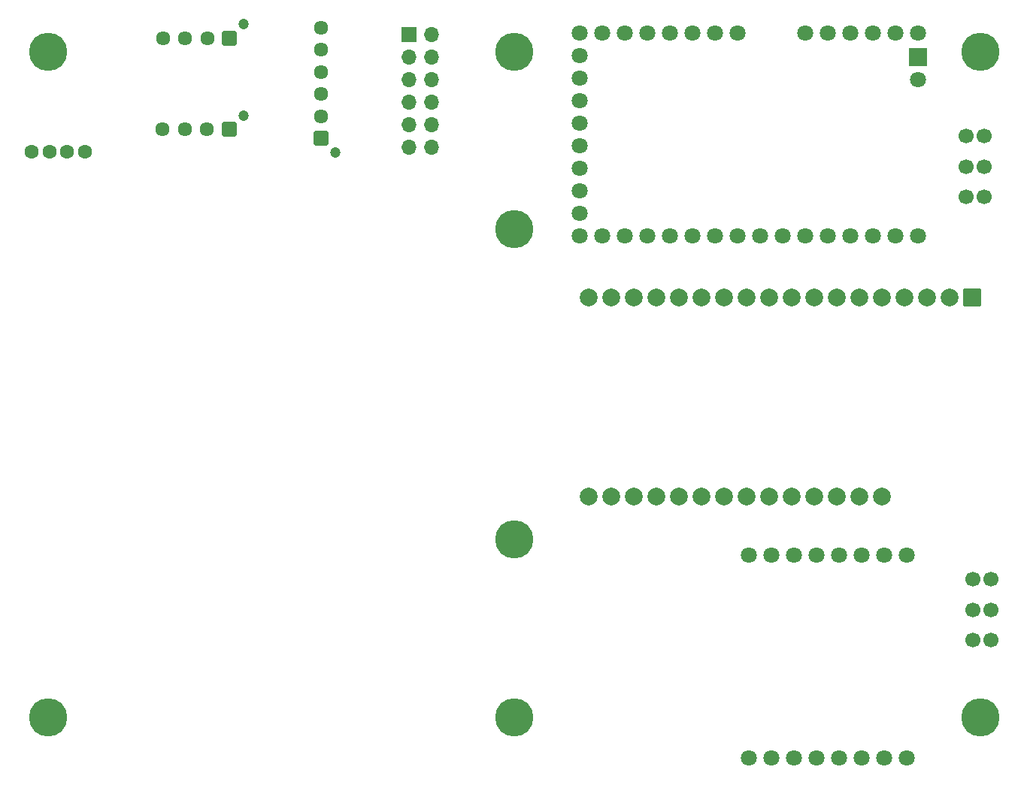
<source format=gbr>
%TF.GenerationSoftware,KiCad,Pcbnew,7.0.10*%
%TF.CreationDate,2024-01-29T12:51:58+00:00*%
%TF.ProjectId,data_logger,64617461-5f6c-46f6-9767-65722e6b6963,rev?*%
%TF.SameCoordinates,Original*%
%TF.FileFunction,Soldermask,Bot*%
%TF.FilePolarity,Negative*%
%FSLAX46Y46*%
G04 Gerber Fmt 4.6, Leading zero omitted, Abs format (unit mm)*
G04 Created by KiCad (PCBNEW 7.0.10) date 2024-01-29 12:51:58*
%MOMM*%
%LPD*%
G01*
G04 APERTURE LIST*
G04 Aperture macros list*
%AMRoundRect*
0 Rectangle with rounded corners*
0 $1 Rounding radius*
0 $2 $3 $4 $5 $6 $7 $8 $9 X,Y pos of 4 corners*
0 Add a 4 corners polygon primitive as box body*
4,1,4,$2,$3,$4,$5,$6,$7,$8,$9,$2,$3,0*
0 Add four circle primitives for the rounded corners*
1,1,$1+$1,$2,$3*
1,1,$1+$1,$4,$5*
1,1,$1+$1,$6,$7*
1,1,$1+$1,$8,$9*
0 Add four rect primitives between the rounded corners*
20,1,$1+$1,$2,$3,$4,$5,0*
20,1,$1+$1,$4,$5,$6,$7,0*
20,1,$1+$1,$6,$7,$8,$9,0*
20,1,$1+$1,$8,$9,$2,$3,0*%
G04 Aperture macros list end*
%ADD10C,1.700000*%
%ADD11RoundRect,0.102000X-0.900000X0.900000X-0.900000X-0.900000X0.900000X-0.900000X0.900000X0.900000X0*%
%ADD12C,2.004000*%
%ADD13C,1.200000*%
%ADD14RoundRect,0.102000X-0.704000X0.704000X-0.704000X-0.704000X0.704000X-0.704000X0.704000X0.704000X0*%
%ADD15C,1.612000*%
%ADD16RoundRect,0.102000X-0.704000X-0.704000X0.704000X-0.704000X0.704000X0.704000X-0.704000X0.704000X0*%
%ADD17C,1.800000*%
%ADD18R,2.000000X2.000000*%
%ADD19C,4.300000*%
%ADD20R,1.700000X1.700000*%
%ADD21O,1.700000X1.700000*%
%ADD22C,1.600000*%
G04 APERTURE END LIST*
D10*
%TO.C,J11*%
X210693000Y-123317000D03*
X212725000Y-123317000D03*
%TD*%
%TO.C,J10*%
X210693000Y-119931000D03*
X212725000Y-119931000D03*
%TD*%
%TO.C,J9*%
X210693000Y-116459000D03*
X212725000Y-116459000D03*
%TD*%
D11*
%TO.C,U1*%
X210566000Y-84688000D03*
D12*
X208026000Y-84688000D03*
X205486000Y-84688000D03*
X202946000Y-84688000D03*
X200406000Y-84688000D03*
X197866000Y-84688000D03*
X195326000Y-84688000D03*
X192786000Y-84688000D03*
X190246000Y-84688000D03*
X187706000Y-84688000D03*
X185166000Y-84688000D03*
X182626000Y-84688000D03*
X180086000Y-84688000D03*
X177546000Y-84688000D03*
X175006000Y-84688000D03*
X172466000Y-84688000D03*
X169926000Y-84688000D03*
X167386000Y-84688000D03*
X200406000Y-107188000D03*
X197866000Y-107188000D03*
X195326000Y-107188000D03*
X192786000Y-107188000D03*
X190246000Y-107188000D03*
X187706000Y-107188000D03*
X185166000Y-107188000D03*
X182626000Y-107188000D03*
X180086000Y-107188000D03*
X177546000Y-107188000D03*
X175006000Y-107188000D03*
X172466000Y-107188000D03*
X169926000Y-107188000D03*
X167386000Y-107188000D03*
%TD*%
D10*
%TO.C,J8*%
X209931000Y-66548000D03*
X211963000Y-66548000D03*
%TD*%
%TO.C,J7*%
X209931000Y-73406000D03*
X211963000Y-73406000D03*
%TD*%
%TO.C,J6*%
X209931000Y-69977000D03*
X211963000Y-69977000D03*
%TD*%
D13*
%TO.C,J5*%
X138887000Y-68402000D03*
D14*
X137287000Y-66802000D03*
D15*
X137287000Y-64302000D03*
X137287000Y-61802000D03*
X137287000Y-59302000D03*
X137287000Y-56802000D03*
X137287000Y-54302000D03*
%TD*%
D13*
%TO.C,J3*%
X128520000Y-64186000D03*
D16*
X126920000Y-65786000D03*
D15*
X124420000Y-65786000D03*
X121920000Y-65786000D03*
X119420000Y-65786000D03*
%TD*%
D13*
%TO.C,J2*%
X128560000Y-53899000D03*
D16*
X126960000Y-55499000D03*
D15*
X124460000Y-55499000D03*
X121960000Y-55499000D03*
X119460000Y-55499000D03*
%TD*%
D17*
%TO.C,U2*%
X204443000Y-77774000D03*
X201903000Y-77774000D03*
X199363000Y-77774000D03*
X196823000Y-77774000D03*
X194283000Y-77774000D03*
X191743000Y-77774000D03*
X189203000Y-77774000D03*
X186663000Y-77774000D03*
X184123000Y-77774000D03*
X181583000Y-77774000D03*
X179043000Y-77774000D03*
X176503000Y-77774000D03*
X173963000Y-77774000D03*
X171423000Y-77774000D03*
X168883000Y-77774000D03*
X166343000Y-77774000D03*
X166343000Y-75234000D03*
X166343000Y-72694000D03*
X166343000Y-70154000D03*
X166343000Y-67614000D03*
X166343000Y-65074000D03*
X166343000Y-62534000D03*
X166343000Y-59994000D03*
X166343000Y-57454000D03*
X166343000Y-54914000D03*
X168883000Y-54914000D03*
X171423000Y-54914000D03*
X173963000Y-54914000D03*
X176503000Y-54914000D03*
X179043000Y-54914000D03*
X181583000Y-54914000D03*
X184123000Y-54914000D03*
X191743000Y-54914000D03*
X194283000Y-54914000D03*
X196823000Y-54914000D03*
X199363000Y-54914000D03*
X201903000Y-54914000D03*
X204443000Y-54914000D03*
D18*
X204443000Y-57632000D03*
D17*
X204443000Y-60172000D03*
%TD*%
D19*
%TO.C,REF8*%
X211500000Y-132000000D03*
%TD*%
%TO.C,REF2*%
X106500000Y-57000000D03*
%TD*%
%TO.C,REF4*%
X159000000Y-77000000D03*
%TD*%
%TO.C,REF5*%
X159000000Y-112000000D03*
%TD*%
%TO.C,REF1*%
X106500000Y-132000000D03*
%TD*%
%TO.C,REF7*%
X211500000Y-57000000D03*
%TD*%
D20*
%TO.C,J4*%
X147188000Y-55118000D03*
D21*
X147188000Y-57658000D03*
X147188000Y-60198000D03*
X147188000Y-62738000D03*
X147188000Y-65278000D03*
X147188000Y-67818000D03*
X149728000Y-55118000D03*
X149728000Y-57658000D03*
X149728000Y-60198000D03*
X149728000Y-62738000D03*
X149728000Y-65278000D03*
X149728000Y-67818000D03*
%TD*%
D19*
%TO.C,REF3*%
X159000000Y-57000000D03*
%TD*%
D22*
%TO.C,J1*%
X104648000Y-68326000D03*
X106648000Y-68326000D03*
X108648000Y-68326000D03*
X110648000Y-68326000D03*
%TD*%
D19*
%TO.C,REF6*%
X159000000Y-132000000D03*
%TD*%
D17*
%TO.C,U3*%
X203200000Y-113792000D03*
X200660000Y-113792000D03*
X198120000Y-113792000D03*
X195580000Y-113792000D03*
X193040000Y-113792000D03*
X190500000Y-113792000D03*
X187960000Y-113792000D03*
X185420000Y-113792000D03*
X203200000Y-136652000D03*
X200660000Y-136652000D03*
X198120000Y-136652000D03*
X195580000Y-136652000D03*
X193040000Y-136652000D03*
X190500000Y-136652000D03*
X187960000Y-136652000D03*
X185420000Y-136652000D03*
%TD*%
M02*

</source>
